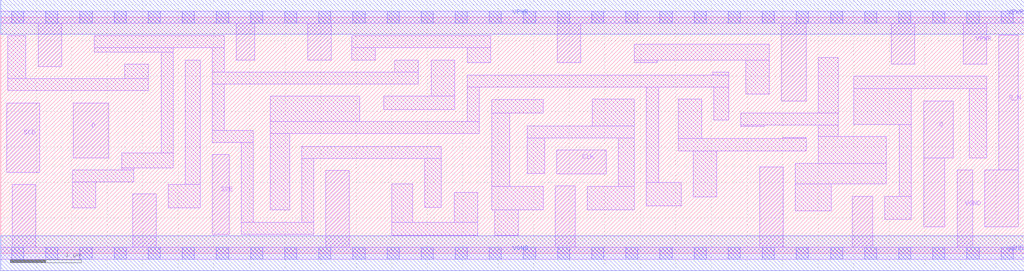
<source format=lef>
# Copyright 2020 The SkyWater PDK Authors
#
# Licensed under the Apache License, Version 2.0 (the "License");
# you may not use this file except in compliance with the License.
# You may obtain a copy of the License at
#
#     https://www.apache.org/licenses/LICENSE-2.0
#
# Unless required by applicable law or agreed to in writing, software
# distributed under the License is distributed on an "AS IS" BASIS,
# WITHOUT WARRANTIES OR CONDITIONS OF ANY KIND, either express or implied.
# See the License for the specific language governing permissions and
# limitations under the License.
#
# SPDX-License-Identifier: Apache-2.0

VERSION 5.7 ;
  NAMESCASESENSITIVE ON ;
  NOWIREEXTENSIONATPIN ON ;
  DIVIDERCHAR "/" ;
  BUSBITCHARS "[]" ;
UNITS
  DATABASE MICRONS 200 ;
END UNITS
MACRO sky130_fd_sc_lp__sdfxbp_1
  CLASS CORE ;
  SOURCE USER ;
  FOREIGN sky130_fd_sc_lp__sdfxbp_1 ;
  ORIGIN  0.000000  0.000000 ;
  SIZE  14.40000 BY  3.330000 ;
  SYMMETRY X Y R90 ;
  SITE unit ;
  PIN D
    ANTENNAGATEAREA  0.159000 ;
    DIRECTION INPUT ;
    USE SIGNAL ;
    PORT
      LAYER li1 ;
        RECT 1.020000 1.345000 1.520000 2.120000 ;
    END
  END D
  PIN Q
    ANTENNADIFFAREA  0.556500 ;
    DIRECTION OUTPUT ;
    USE SIGNAL ;
    PORT
      LAYER li1 ;
        RECT 12.990000 0.375000 13.285000 1.345000 ;
        RECT 12.990000 1.345000 13.405000 2.145000 ;
    END
  END Q
  PIN Q_N
    ANTENNADIFFAREA  0.615300 ;
    DIRECTION OUTPUT ;
    USE SIGNAL ;
    PORT
      LAYER li1 ;
        RECT 13.845000 0.375000 14.315000 1.175000 ;
        RECT 14.045000 1.175000 14.315000 3.075000 ;
    END
  END Q_N
  PIN SCD
    ANTENNAGATEAREA  0.159000 ;
    DIRECTION INPUT ;
    USE SIGNAL ;
    PORT
      LAYER li1 ;
        RECT 0.085000 1.140000 0.550000 2.120000 ;
    END
  END SCD
  PIN SCE
    ANTENNAGATEAREA  0.318000 ;
    DIRECTION INPUT ;
    USE SIGNAL ;
    PORT
      LAYER li1 ;
        RECT 2.975000 0.265000 3.215000 1.390000 ;
    END
  END SCE
  PIN CLK
    ANTENNAGATEAREA  0.159000 ;
    DIRECTION INPUT ;
    USE CLOCK ;
    PORT
      LAYER li1 ;
        RECT 7.825000 1.120000 8.520000 1.455000 ;
    END
  END CLK
  PIN VGND
    DIRECTION INOUT ;
    USE GROUND ;
    PORT
      LAYER li1 ;
        RECT  0.000000 -0.085000 14.400000 0.085000 ;
        RECT  0.165000  0.085000  0.495000 0.970000 ;
        RECT  1.855000  0.085000  2.185000 0.835000 ;
        RECT  4.575000  0.085000  4.905000 1.165000 ;
        RECT  7.805000  0.085000  8.080000 0.950000 ;
        RECT 10.680000  0.085000 11.010000 1.215000 ;
        RECT 11.980000  0.085000 12.270000 0.805000 ;
        RECT 13.455000  0.085000 13.675000 1.175000 ;
      LAYER mcon ;
        RECT  0.155000 -0.085000  0.325000 0.085000 ;
        RECT  0.635000 -0.085000  0.805000 0.085000 ;
        RECT  1.115000 -0.085000  1.285000 0.085000 ;
        RECT  1.595000 -0.085000  1.765000 0.085000 ;
        RECT  2.075000 -0.085000  2.245000 0.085000 ;
        RECT  2.555000 -0.085000  2.725000 0.085000 ;
        RECT  3.035000 -0.085000  3.205000 0.085000 ;
        RECT  3.515000 -0.085000  3.685000 0.085000 ;
        RECT  3.995000 -0.085000  4.165000 0.085000 ;
        RECT  4.475000 -0.085000  4.645000 0.085000 ;
        RECT  4.955000 -0.085000  5.125000 0.085000 ;
        RECT  5.435000 -0.085000  5.605000 0.085000 ;
        RECT  5.915000 -0.085000  6.085000 0.085000 ;
        RECT  6.395000 -0.085000  6.565000 0.085000 ;
        RECT  6.875000 -0.085000  7.045000 0.085000 ;
        RECT  7.355000 -0.085000  7.525000 0.085000 ;
        RECT  7.835000 -0.085000  8.005000 0.085000 ;
        RECT  8.315000 -0.085000  8.485000 0.085000 ;
        RECT  8.795000 -0.085000  8.965000 0.085000 ;
        RECT  9.275000 -0.085000  9.445000 0.085000 ;
        RECT  9.755000 -0.085000  9.925000 0.085000 ;
        RECT 10.235000 -0.085000 10.405000 0.085000 ;
        RECT 10.715000 -0.085000 10.885000 0.085000 ;
        RECT 11.195000 -0.085000 11.365000 0.085000 ;
        RECT 11.675000 -0.085000 11.845000 0.085000 ;
        RECT 12.155000 -0.085000 12.325000 0.085000 ;
        RECT 12.635000 -0.085000 12.805000 0.085000 ;
        RECT 13.115000 -0.085000 13.285000 0.085000 ;
        RECT 13.595000 -0.085000 13.765000 0.085000 ;
        RECT 14.075000 -0.085000 14.245000 0.085000 ;
      LAYER met1 ;
        RECT 0.000000 -0.245000 14.400000 0.245000 ;
    END
  END VGND
  PIN VPWR
    DIRECTION INOUT ;
    USE POWER ;
    PORT
      LAYER li1 ;
        RECT  0.000000 3.245000 14.400000 3.415000 ;
        RECT  0.525000 2.630000  0.855000 3.245000 ;
        RECT  3.315000 2.725000  3.575000 3.245000 ;
        RECT  4.320000 2.725000  4.650000 3.245000 ;
        RECT  7.830000 2.685000  8.160000 3.245000 ;
        RECT 10.980000 2.145000 11.335000 3.245000 ;
        RECT 12.530000 2.665000 12.860000 3.245000 ;
        RECT 13.545000 2.665000 13.875000 3.245000 ;
      LAYER mcon ;
        RECT  0.155000 3.245000  0.325000 3.415000 ;
        RECT  0.635000 3.245000  0.805000 3.415000 ;
        RECT  1.115000 3.245000  1.285000 3.415000 ;
        RECT  1.595000 3.245000  1.765000 3.415000 ;
        RECT  2.075000 3.245000  2.245000 3.415000 ;
        RECT  2.555000 3.245000  2.725000 3.415000 ;
        RECT  3.035000 3.245000  3.205000 3.415000 ;
        RECT  3.515000 3.245000  3.685000 3.415000 ;
        RECT  3.995000 3.245000  4.165000 3.415000 ;
        RECT  4.475000 3.245000  4.645000 3.415000 ;
        RECT  4.955000 3.245000  5.125000 3.415000 ;
        RECT  5.435000 3.245000  5.605000 3.415000 ;
        RECT  5.915000 3.245000  6.085000 3.415000 ;
        RECT  6.395000 3.245000  6.565000 3.415000 ;
        RECT  6.875000 3.245000  7.045000 3.415000 ;
        RECT  7.355000 3.245000  7.525000 3.415000 ;
        RECT  7.835000 3.245000  8.005000 3.415000 ;
        RECT  8.315000 3.245000  8.485000 3.415000 ;
        RECT  8.795000 3.245000  8.965000 3.415000 ;
        RECT  9.275000 3.245000  9.445000 3.415000 ;
        RECT  9.755000 3.245000  9.925000 3.415000 ;
        RECT 10.235000 3.245000 10.405000 3.415000 ;
        RECT 10.715000 3.245000 10.885000 3.415000 ;
        RECT 11.195000 3.245000 11.365000 3.415000 ;
        RECT 11.675000 3.245000 11.845000 3.415000 ;
        RECT 12.155000 3.245000 12.325000 3.415000 ;
        RECT 12.635000 3.245000 12.805000 3.415000 ;
        RECT 13.115000 3.245000 13.285000 3.415000 ;
        RECT 13.595000 3.245000 13.765000 3.415000 ;
        RECT 14.075000 3.245000 14.245000 3.415000 ;
      LAYER met1 ;
        RECT 0.000000 3.085000 14.400000 3.575000 ;
    END
  END VPWR
  OBS
    LAYER li1 ;
      RECT  0.095000 2.290000  2.075000 2.460000 ;
      RECT  0.095000 2.460000  0.355000 3.065000 ;
      RECT  1.010000 0.640000  1.340000 1.005000 ;
      RECT  1.010000 1.005000  1.870000 1.175000 ;
      RECT  1.315000 2.835000  2.425000 2.895000 ;
      RECT  1.315000 2.895000  3.145000 3.065000 ;
      RECT  1.700000 1.175000  1.870000 1.205000 ;
      RECT  1.700000 1.205000  2.425000 1.415000 ;
      RECT  1.745000 2.460000  2.075000 2.665000 ;
      RECT  2.255000 1.415000  2.425000 2.835000 ;
      RECT  2.355000 0.640000  2.805000 0.970000 ;
      RECT  2.595000 0.970000  2.805000 2.725000 ;
      RECT  2.975000 1.560000  3.555000 1.730000 ;
      RECT  2.975000 1.730000  3.145000 2.385000 ;
      RECT  2.975000 2.385000  5.875000 2.555000 ;
      RECT  2.975000 2.555000  3.145000 2.895000 ;
      RECT  3.385000 0.265000  4.405000 0.435000 ;
      RECT  3.385000 0.435000  3.555000 1.560000 ;
      RECT  3.795000 0.615000  4.065000 1.685000 ;
      RECT  3.795000 1.685000  6.735000 1.855000 ;
      RECT  3.795000 1.855000  5.050000 2.215000 ;
      RECT  4.235000 0.435000  4.405000 1.335000 ;
      RECT  4.235000 1.335000  6.200000 1.505000 ;
      RECT  4.940000 2.725000  5.270000 2.895000 ;
      RECT  4.940000 2.895000  6.895000 3.065000 ;
      RECT  5.390000 2.025000  6.385000 2.215000 ;
      RECT  5.500000 0.255000  6.710000 0.435000 ;
      RECT  5.500000 0.435000  5.795000 0.980000 ;
      RECT  5.545000 2.555000  5.875000 2.725000 ;
      RECT  5.965000 0.650000  6.200000 1.335000 ;
      RECT  6.055000 2.215000  6.385000 2.725000 ;
      RECT  6.380000 0.435000  6.710000 0.855000 ;
      RECT  6.565000 1.855000  6.735000 2.345000 ;
      RECT  6.565000 2.345000 10.240000 2.515000 ;
      RECT  6.565000 2.685000  6.895000 2.895000 ;
      RECT  6.905000 0.615000  7.635000 0.945000 ;
      RECT  6.905000 0.945000  7.165000 1.975000 ;
      RECT  6.905000 1.975000  7.635000 2.165000 ;
      RECT  6.950000 0.255000  7.280000 0.615000 ;
      RECT  7.405000 1.125000  7.655000 1.625000 ;
      RECT  7.405000 1.625000  8.915000 1.795000 ;
      RECT  8.250000 0.615000  8.915000 0.945000 ;
      RECT  8.320000 1.795000  8.915000 2.175000 ;
      RECT  8.690000 0.945000  8.915000 1.625000 ;
      RECT  8.910000 2.685000  9.240000 2.725000 ;
      RECT  8.910000 2.725000 10.810000 2.945000 ;
      RECT  9.085000 0.670000  9.575000 1.000000 ;
      RECT  9.085000 1.000000  9.255000 2.345000 ;
      RECT  9.530000 1.445000 11.335000 1.615000 ;
      RECT  9.530000 1.615000  9.860000 2.175000 ;
      RECT  9.745000 0.795000 10.075000 1.445000 ;
      RECT 10.020000 2.515000 10.240000 2.555000 ;
      RECT 10.030000 1.875000 10.240000 2.345000 ;
      RECT 10.410000 1.785000 10.740000 1.805000 ;
      RECT 10.410000 1.805000 11.785000 1.975000 ;
      RECT 10.480000 2.245000 10.810000 2.725000 ;
      RECT 11.005000 1.615000 11.335000 1.635000 ;
      RECT 11.180000 0.595000 11.685000 0.975000 ;
      RECT 11.180000 0.975000 12.460000 1.265000 ;
      RECT 11.505000 1.265000 12.460000 1.645000 ;
      RECT 11.505000 1.645000 11.785000 1.805000 ;
      RECT 11.505000 1.975000 11.785000 2.755000 ;
      RECT 12.005000 1.815000 12.810000 2.325000 ;
      RECT 12.005000 2.325000 13.875000 2.495000 ;
      RECT 12.440000 0.475000 12.810000 0.805000 ;
      RECT 12.640000 0.805000 12.810000 1.815000 ;
      RECT 13.625000 1.345000 13.875000 2.325000 ;
  END
END sky130_fd_sc_lp__sdfxbp_1

</source>
